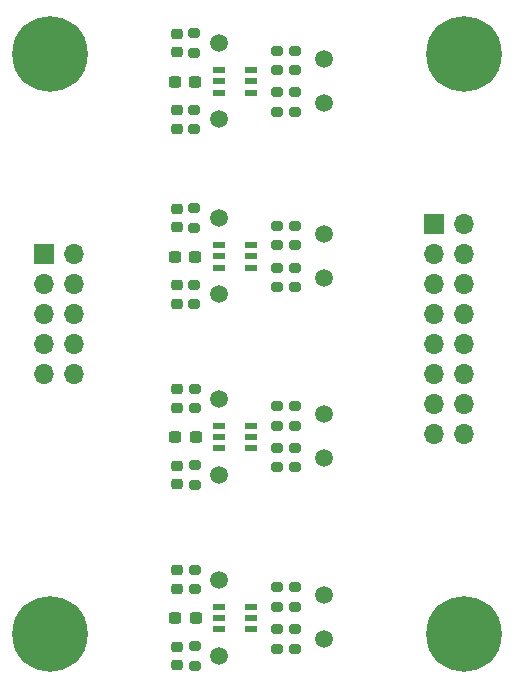
<source format=gbr>
%TF.GenerationSoftware,KiCad,Pcbnew,7.0.10*%
%TF.CreationDate,2024-06-09T22:37:06-03:00*%
%TF.ProjectId,level_translator_4ch,6c657665-6c5f-4747-9261-6e736c61746f,rev?*%
%TF.SameCoordinates,Original*%
%TF.FileFunction,Soldermask,Top*%
%TF.FilePolarity,Negative*%
%FSLAX46Y46*%
G04 Gerber Fmt 4.6, Leading zero omitted, Abs format (unit mm)*
G04 Created by KiCad (PCBNEW 7.0.10) date 2024-06-09 22:37:06*
%MOMM*%
%LPD*%
G01*
G04 APERTURE LIST*
G04 Aperture macros list*
%AMRoundRect*
0 Rectangle with rounded corners*
0 $1 Rounding radius*
0 $2 $3 $4 $5 $6 $7 $8 $9 X,Y pos of 4 corners*
0 Add a 4 corners polygon primitive as box body*
4,1,4,$2,$3,$4,$5,$6,$7,$8,$9,$2,$3,0*
0 Add four circle primitives for the rounded corners*
1,1,$1+$1,$2,$3*
1,1,$1+$1,$4,$5*
1,1,$1+$1,$6,$7*
1,1,$1+$1,$8,$9*
0 Add four rect primitives between the rounded corners*
20,1,$1+$1,$2,$3,$4,$5,0*
20,1,$1+$1,$4,$5,$6,$7,0*
20,1,$1+$1,$6,$7,$8,$9,0*
20,1,$1+$1,$8,$9,$2,$3,0*%
G04 Aperture macros list end*
%ADD10RoundRect,0.218750X-0.256250X0.218750X-0.256250X-0.218750X0.256250X-0.218750X0.256250X0.218750X0*%
%ADD11RoundRect,0.200000X-0.275000X0.200000X-0.275000X-0.200000X0.275000X-0.200000X0.275000X0.200000X0*%
%ADD12R,1.000000X0.550000*%
%ADD13C,1.500000*%
%ADD14RoundRect,0.200000X0.275000X-0.200000X0.275000X0.200000X-0.275000X0.200000X-0.275000X-0.200000X0*%
%ADD15RoundRect,0.237500X0.300000X0.237500X-0.300000X0.237500X-0.300000X-0.237500X0.300000X-0.237500X0*%
%ADD16C,6.400000*%
%ADD17RoundRect,0.218750X0.256250X-0.218750X0.256250X0.218750X-0.256250X0.218750X-0.256250X-0.218750X0*%
%ADD18R,1.700000X1.700000*%
%ADD19O,1.700000X1.700000*%
G04 APERTURE END LIST*
D10*
%TO.C,D7*%
X133727200Y-96662100D03*
X133727200Y-98237100D03*
%TD*%
D11*
%TO.C,R25*%
X135255000Y-111900200D03*
X135255000Y-113550200D03*
%TD*%
D12*
%TO.C,U1*%
X140004800Y-80360600D03*
X140004800Y-79410600D03*
X140004800Y-78460600D03*
X137304800Y-78460600D03*
X137304800Y-79410600D03*
X137304800Y-80360600D03*
%TD*%
D10*
%TO.C,D9*%
X133756400Y-111937700D03*
X133756400Y-113512700D03*
%TD*%
D13*
%TO.C,TP9*%
X137304800Y-82626200D03*
%TD*%
D14*
%TO.C,R28*%
X143789400Y-108571800D03*
X143789400Y-106921800D03*
%TD*%
D13*
%TO.C,TP4*%
X146224000Y-122925800D03*
%TD*%
D11*
%TO.C,R18*%
X135251200Y-127231600D03*
X135251200Y-128881600D03*
%TD*%
D13*
%TO.C,TP12*%
X137334000Y-121605000D03*
%TD*%
%TO.C,TP8*%
X146198600Y-92318800D03*
%TD*%
D15*
%TO.C,C4*%
X135326300Y-94249200D03*
X133601300Y-94249200D03*
%TD*%
D14*
%TO.C,R20*%
X135251200Y-122430000D03*
X135251200Y-120780000D03*
%TD*%
D11*
%TO.C,R3*%
X142207000Y-76822800D03*
X142207000Y-78472800D03*
%TD*%
D14*
%TO.C,R26*%
X135255000Y-107098600D03*
X135255000Y-105448600D03*
%TD*%
D13*
%TO.C,TP6*%
X146227800Y-107594400D03*
%TD*%
%TO.C,TP13*%
X137337800Y-112725200D03*
%TD*%
D16*
%TO.C,H1*%
X123012200Y-77063600D03*
%TD*%
D14*
%TO.C,R13*%
X142210800Y-96826800D03*
X142210800Y-95176800D03*
%TD*%
D17*
%TO.C,D3*%
X133723400Y-76962100D03*
X133723400Y-75387100D03*
%TD*%
D10*
%TO.C,D1*%
X133723400Y-81838700D03*
X133723400Y-83413700D03*
%TD*%
D11*
%TO.C,R27*%
X142240000Y-106921800D03*
X142240000Y-108571800D03*
%TD*%
%TO.C,R6*%
X143785600Y-125783800D03*
X143785600Y-127433800D03*
%TD*%
D16*
%TO.C,H3*%
X158038800Y-77063600D03*
%TD*%
%TO.C,H2*%
X123012200Y-126187200D03*
%TD*%
D18*
%TO.C,J1*%
X155498800Y-91490800D03*
D19*
X158038800Y-91490800D03*
X155498800Y-94030800D03*
X158038800Y-94030800D03*
X155498800Y-96570800D03*
X158038800Y-96570800D03*
X155498800Y-99110800D03*
X158038800Y-99110800D03*
X155498800Y-101650800D03*
X158038800Y-101650800D03*
X155498800Y-104190800D03*
X158038800Y-104190800D03*
X155498800Y-106730800D03*
X158038800Y-106730800D03*
X155498800Y-109270800D03*
X158038800Y-109270800D03*
%TD*%
D14*
%TO.C,R8*%
X143785600Y-123903200D03*
X143785600Y-122253200D03*
%TD*%
D12*
%TO.C,U3*%
X140037800Y-110459600D03*
X140037800Y-109509600D03*
X140037800Y-108559600D03*
X137337800Y-108559600D03*
X137337800Y-109509600D03*
X137337800Y-110459600D03*
%TD*%
D14*
%TO.C,R21*%
X142240000Y-112102400D03*
X142240000Y-110452400D03*
%TD*%
%TO.C,R16*%
X143760200Y-93296200D03*
X143760200Y-91646200D03*
%TD*%
D11*
%TO.C,R22*%
X143789400Y-110452400D03*
X143789400Y-112102400D03*
%TD*%
%TO.C,R2*%
X143756400Y-80353400D03*
X143756400Y-82003400D03*
%TD*%
D14*
%TO.C,R5*%
X142236200Y-127433800D03*
X142236200Y-125783800D03*
%TD*%
D15*
%TO.C,C3*%
X135355500Y-109524800D03*
X133630500Y-109524800D03*
%TD*%
D13*
%TO.C,TP10*%
X137304800Y-76174600D03*
%TD*%
%TO.C,TP11*%
X137334000Y-128056600D03*
%TD*%
D14*
%TO.C,R19*%
X135222000Y-76999600D03*
X135222000Y-75349600D03*
%TD*%
D11*
%TO.C,R15*%
X142210800Y-91646200D03*
X142210800Y-93296200D03*
%TD*%
D14*
%TO.C,R1*%
X142207000Y-82003400D03*
X142207000Y-80353400D03*
%TD*%
D13*
%TO.C,TP14*%
X137337800Y-106273600D03*
%TD*%
%TO.C,TP3*%
X146224000Y-126659600D03*
%TD*%
%TO.C,TP1*%
X146194800Y-81229200D03*
%TD*%
D15*
%TO.C,C1*%
X135322500Y-79425800D03*
X133597500Y-79425800D03*
%TD*%
D10*
%TO.C,D2*%
X133752600Y-127269100D03*
X133752600Y-128844100D03*
%TD*%
D13*
%TO.C,TP2*%
X146194800Y-77495400D03*
%TD*%
D18*
%TO.C,J2*%
X122478800Y-94030800D03*
D19*
X125018800Y-94030800D03*
X122478800Y-96570800D03*
X125018800Y-96570800D03*
X122478800Y-99110800D03*
X125018800Y-99110800D03*
X122478800Y-101650800D03*
X125018800Y-101650800D03*
X122478800Y-104190800D03*
X125018800Y-104190800D03*
%TD*%
D14*
%TO.C,R24*%
X135225800Y-91823000D03*
X135225800Y-90173000D03*
%TD*%
D12*
%TO.C,U4*%
X140008600Y-95184000D03*
X140008600Y-94234000D03*
X140008600Y-93284000D03*
X137308600Y-93284000D03*
X137308600Y-94234000D03*
X137308600Y-95184000D03*
%TD*%
D16*
%TO.C,H4*%
X158038800Y-126187200D03*
%TD*%
D13*
%TO.C,TP15*%
X137308600Y-97449600D03*
%TD*%
D11*
%TO.C,R23*%
X135225800Y-96624600D03*
X135225800Y-98274600D03*
%TD*%
D13*
%TO.C,TP16*%
X137308600Y-90998000D03*
%TD*%
D17*
%TO.C,D8*%
X133727200Y-91785500D03*
X133727200Y-90210500D03*
%TD*%
%TO.C,D10*%
X133756400Y-107061100D03*
X133756400Y-105486100D03*
%TD*%
D15*
%TO.C,C2*%
X135351700Y-124856200D03*
X133626700Y-124856200D03*
%TD*%
D13*
%TO.C,TP7*%
X146198600Y-96052600D03*
%TD*%
D17*
%TO.C,D4*%
X133752600Y-122392500D03*
X133752600Y-120817500D03*
%TD*%
D12*
%TO.C,U2*%
X140034000Y-125791000D03*
X140034000Y-124841000D03*
X140034000Y-123891000D03*
X137334000Y-123891000D03*
X137334000Y-124841000D03*
X137334000Y-125791000D03*
%TD*%
D14*
%TO.C,R4*%
X143756400Y-78472800D03*
X143756400Y-76822800D03*
%TD*%
D11*
%TO.C,R7*%
X142236200Y-122253200D03*
X142236200Y-123903200D03*
%TD*%
D13*
%TO.C,TP5*%
X146227800Y-111328200D03*
%TD*%
D11*
%TO.C,R14*%
X143760200Y-95176800D03*
X143760200Y-96826800D03*
%TD*%
%TO.C,R17*%
X135222000Y-81801200D03*
X135222000Y-83451200D03*
%TD*%
M02*

</source>
